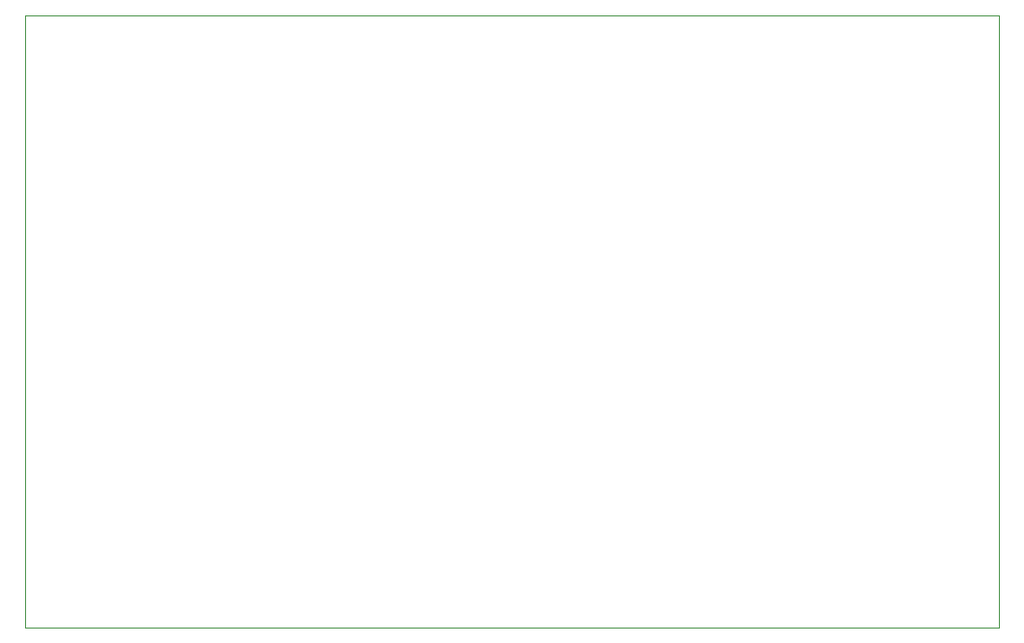
<source format=gbr>
%TF.GenerationSoftware,KiCad,Pcbnew,8.0.9-8.0.9-0~ubuntu24.04.1*%
%TF.CreationDate,2025-10-22T00:16:44-07:00*%
%TF.ProjectId,business_card,62757369-6e65-4737-935f-636172642e6b,rev?*%
%TF.SameCoordinates,Original*%
%TF.FileFunction,Profile,NP*%
%FSLAX46Y46*%
G04 Gerber Fmt 4.6, Leading zero omitted, Abs format (unit mm)*
G04 Created by KiCad (PCBNEW 8.0.9-8.0.9-0~ubuntu24.04.1) date 2025-10-22 00:16:44*
%MOMM*%
%LPD*%
G01*
G04 APERTURE LIST*
%TA.AperFunction,Profile*%
%ADD10C,0.050000*%
%TD*%
G04 APERTURE END LIST*
D10*
X127000000Y-104550000D02*
X127000000Y-50800000D01*
X212500000Y-104550000D02*
X127000000Y-104550000D01*
X212500000Y-50800000D02*
X212500000Y-104550000D01*
X127000000Y-50800000D02*
X212500000Y-50800000D01*
M02*

</source>
